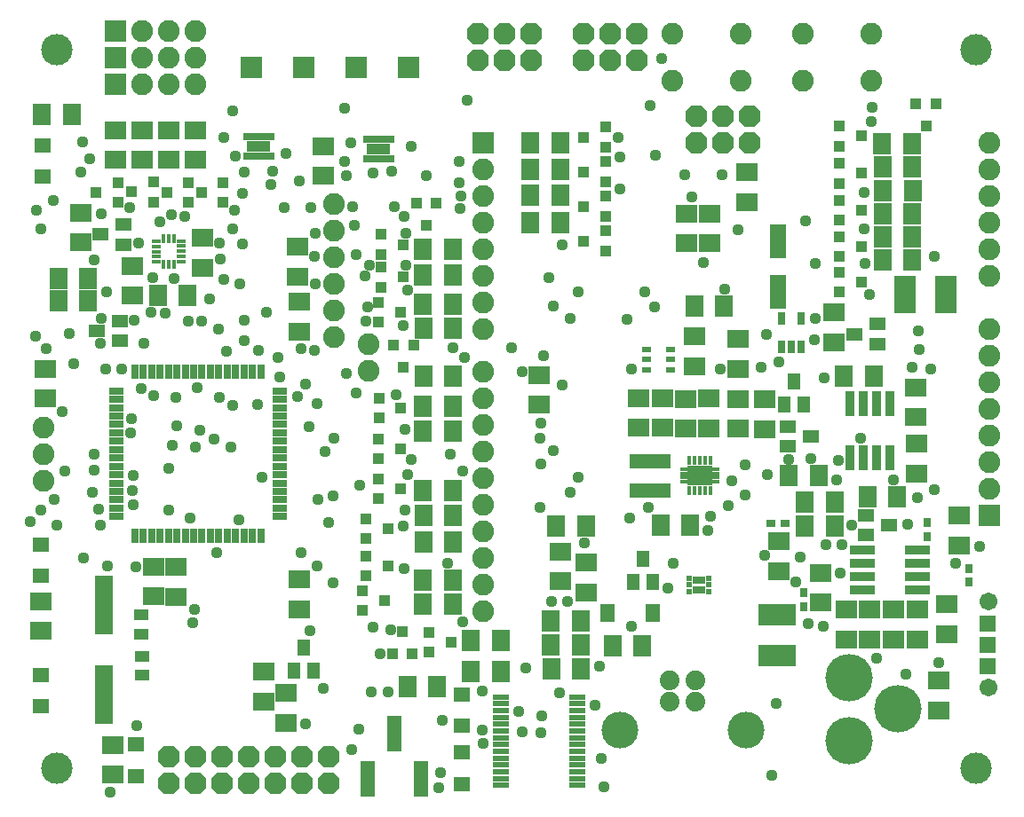
<source format=gts>
G75*
%MOIN*%
%OFA0B0*%
%FSLAX25Y25*%
%IPPOS*%
%LPD*%
%AMOC8*
5,1,8,0,0,1.08239X$1,22.5*
%
%ADD10C,0.17800*%
%ADD11R,0.06706X0.22454*%
%ADD12R,0.05524X0.03950*%
%ADD13R,0.08200X0.08200*%
%ADD14C,0.08200*%
%ADD15R,0.03950X0.04343*%
%ADD16R,0.04343X0.03950*%
%ADD17R,0.06312X0.04737*%
%ADD18R,0.04737X0.06312*%
%ADD19C,0.11824*%
%ADD20R,0.07099X0.07898*%
%ADD21R,0.03200X0.09500*%
%ADD22R,0.06312X0.12611*%
%ADD23R,0.09500X0.03200*%
%ADD24R,0.07898X0.07099*%
%ADD25OC8,0.08200*%
%ADD26R,0.06312X0.05524*%
%ADD27R,0.05500X0.03000*%
%ADD28R,0.03000X0.05500*%
%ADD29R,0.05950X0.05950*%
%ADD30C,0.06706*%
%ADD31R,0.08477X0.08477*%
%ADD32R,0.06300X0.02170*%
%ADD33R,0.01902X0.02769*%
%ADD34R,0.08674X0.04343*%
%ADD35R,0.03556X0.02375*%
%ADD36R,0.03162X0.04934*%
%ADD37R,0.03438X0.01784*%
%ADD38R,0.01784X0.03438*%
%ADD39R,0.07099X0.07887*%
%ADD40C,0.07400*%
%ADD41C,0.13800*%
%ADD42R,0.07887X0.07099*%
%ADD43R,0.05500X0.13800*%
%ADD44R,0.15367X0.05524*%
%ADD45R,0.01784X0.03556*%
%ADD46R,0.03556X0.01784*%
%ADD47R,0.09304X0.07493*%
%ADD48R,0.02178X0.01981*%
%ADD49R,0.04540X0.03162*%
%ADD50R,0.14186X0.08280*%
%ADD51R,0.08280X0.14186*%
%ADD52R,0.05800X0.06587*%
%ADD53R,0.02769X0.03556*%
%ADD54R,0.03556X0.02769*%
%ADD55C,0.04369*%
D10*
X0315967Y0035928D03*
X0334471Y0047739D03*
X0315967Y0059550D03*
D11*
X0036567Y0052983D03*
X0036567Y0086842D03*
D12*
X0050567Y0082956D03*
X0050567Y0075869D03*
X0050667Y0067456D03*
X0050667Y0060369D03*
D13*
X0178667Y0260613D03*
X0040667Y0282613D03*
X0040667Y0292613D03*
X0040667Y0302613D03*
X0368667Y0120613D03*
D14*
X0368667Y0130613D03*
X0368667Y0140613D03*
X0368667Y0150613D03*
X0368667Y0160613D03*
X0368667Y0170613D03*
X0368667Y0180613D03*
X0368667Y0190613D03*
X0368667Y0210613D03*
X0368667Y0220613D03*
X0368667Y0230613D03*
X0368667Y0240613D03*
X0368667Y0250613D03*
X0368667Y0260613D03*
X0324467Y0283713D03*
X0324467Y0301513D03*
X0298867Y0301513D03*
X0298867Y0283713D03*
X0275467Y0283713D03*
X0275467Y0301513D03*
X0249867Y0301513D03*
X0249867Y0283713D03*
X0178667Y0250613D03*
X0178667Y0240613D03*
X0178667Y0230613D03*
X0178667Y0220613D03*
X0178667Y0210613D03*
X0178667Y0200613D03*
X0178667Y0190613D03*
X0178667Y0174613D03*
X0178667Y0164613D03*
X0178667Y0154613D03*
X0178667Y0144613D03*
X0178667Y0134613D03*
X0178667Y0124613D03*
X0178667Y0114613D03*
X0178667Y0104613D03*
X0178667Y0094613D03*
X0178667Y0084613D03*
X0135667Y0174813D03*
X0135667Y0184813D03*
X0122767Y0187613D03*
X0122767Y0197613D03*
X0122767Y0207613D03*
X0122767Y0217613D03*
X0122767Y0227613D03*
X0122767Y0237613D03*
X0070667Y0282613D03*
X0060667Y0282613D03*
X0060667Y0292613D03*
X0070667Y0292613D03*
X0070667Y0302613D03*
X0060667Y0302613D03*
X0050667Y0302613D03*
X0050667Y0292613D03*
X0050667Y0282613D03*
X0013667Y0153613D03*
X0013667Y0143613D03*
X0013667Y0133613D03*
D15*
X0145127Y0184350D03*
X0152607Y0184350D03*
X0148867Y0176082D03*
X0157367Y0229582D03*
X0161107Y0237850D03*
X0153627Y0237850D03*
X0341227Y0275150D03*
X0348707Y0275150D03*
X0344967Y0266882D03*
X0148467Y0076843D03*
X0152207Y0068576D03*
X0144727Y0068576D03*
D16*
X0158330Y0069072D03*
X0166597Y0072813D03*
X0158330Y0076553D03*
X0141797Y0088513D03*
X0133530Y0092253D03*
X0134730Y0097772D03*
X0142997Y0101513D03*
X0134730Y0105253D03*
X0134830Y0111672D03*
X0134830Y0119153D03*
X0139530Y0126772D03*
X0147797Y0130513D03*
X0139530Y0134253D03*
X0139530Y0141772D03*
X0147797Y0145513D03*
X0139530Y0149253D03*
X0139630Y0157072D03*
X0139630Y0164553D03*
X0147897Y0160813D03*
X0139330Y0193072D03*
X0147597Y0196813D03*
X0139330Y0200553D03*
X0140330Y0206272D03*
X0148597Y0210013D03*
X0140330Y0213753D03*
X0140330Y0218472D03*
X0148597Y0222213D03*
X0140330Y0225953D03*
X0081204Y0237972D03*
X0072936Y0241713D03*
X0068204Y0245553D03*
X0059936Y0241813D03*
X0055004Y0238272D03*
X0055004Y0245753D03*
X0046736Y0242013D03*
X0041604Y0245553D03*
X0033336Y0241813D03*
X0041604Y0238072D03*
X0068204Y0238072D03*
X0081204Y0245453D03*
X0216336Y0249613D03*
X0224604Y0253353D03*
X0224604Y0258872D03*
X0224604Y0266353D03*
X0216336Y0262613D03*
X0224604Y0245872D03*
X0224604Y0240353D03*
X0224604Y0232872D03*
X0224604Y0227353D03*
X0224604Y0219872D03*
X0216336Y0223613D03*
X0216336Y0236613D03*
X0312430Y0238853D03*
X0312530Y0245272D03*
X0312530Y0252753D03*
X0312530Y0259272D03*
X0320797Y0263013D03*
X0312530Y0266753D03*
X0320797Y0249013D03*
X0320697Y0235113D03*
X0312430Y0231372D03*
X0312530Y0225153D03*
X0312530Y0217672D03*
X0312430Y0211853D03*
X0312430Y0204372D03*
X0320697Y0208113D03*
X0320797Y0221413D03*
X0143097Y0115413D03*
X0133530Y0084772D03*
D17*
X0042397Y0186072D03*
X0042397Y0193553D03*
X0033736Y0189813D03*
X0043897Y0222272D03*
X0043897Y0229753D03*
X0035236Y0226013D03*
X0293136Y0153853D03*
X0293136Y0146372D03*
X0301797Y0150113D03*
X0322336Y0120453D03*
X0322336Y0112972D03*
X0330997Y0116713D03*
X0326597Y0184872D03*
X0326597Y0192353D03*
X0317936Y0188613D03*
D18*
X0295367Y0170743D03*
X0299107Y0162082D03*
X0291627Y0162082D03*
X0238767Y0104243D03*
X0242507Y0095582D03*
X0235027Y0095582D03*
X0115107Y0062082D03*
X0107627Y0062082D03*
X0111367Y0070743D03*
D19*
X0018667Y0025613D03*
X0018667Y0295613D03*
X0363667Y0295613D03*
X0363667Y0025613D03*
D20*
X0310765Y0116513D03*
X0310765Y0125313D03*
X0299568Y0125313D03*
X0299568Y0116513D03*
X0304765Y0135313D03*
X0293568Y0135313D03*
X0322968Y0127513D03*
X0334165Y0127513D03*
X0325265Y0172713D03*
X0314068Y0172713D03*
X0269165Y0199113D03*
X0257968Y0199113D03*
X0207765Y0230613D03*
X0207765Y0240713D03*
X0207765Y0250613D03*
X0196568Y0250613D03*
X0196568Y0240713D03*
X0196568Y0230613D03*
X0167265Y0220513D03*
X0167265Y0210813D03*
X0156068Y0210813D03*
X0156068Y0220513D03*
X0156168Y0199713D03*
X0156268Y0190813D03*
X0167465Y0190813D03*
X0167365Y0199713D03*
X0167465Y0172713D03*
X0156268Y0172713D03*
X0156068Y0161513D03*
X0156168Y0152213D03*
X0167365Y0152213D03*
X0167265Y0161513D03*
X0167365Y0129713D03*
X0167465Y0120613D03*
X0167465Y0110613D03*
X0156268Y0110613D03*
X0156268Y0120613D03*
X0156168Y0129713D03*
X0156068Y0096013D03*
X0156068Y0087113D03*
X0167265Y0087113D03*
X0167265Y0096013D03*
X0174068Y0073613D03*
X0185265Y0073613D03*
X0185265Y0061713D03*
X0174068Y0061713D03*
X0161565Y0056213D03*
X0150368Y0056213D03*
X0204268Y0062913D03*
X0215465Y0062913D03*
X0227368Y0071513D03*
X0238565Y0071513D03*
X0215365Y0080713D03*
X0204168Y0080713D03*
X0206068Y0116513D03*
X0217265Y0116513D03*
X0328668Y0216613D03*
X0328668Y0225113D03*
X0328668Y0233913D03*
X0328768Y0242613D03*
X0328668Y0251413D03*
X0328568Y0260213D03*
X0339765Y0260213D03*
X0339865Y0251413D03*
X0339965Y0242613D03*
X0339865Y0233913D03*
X0339865Y0225113D03*
X0339865Y0216613D03*
X0207765Y0260613D03*
X0196568Y0260613D03*
X0030465Y0209513D03*
X0030565Y0201213D03*
X0019368Y0201213D03*
X0019268Y0209513D03*
X0024265Y0271213D03*
X0013068Y0271213D03*
D21*
X0316367Y0162613D03*
X0321367Y0162613D03*
X0326367Y0162613D03*
X0331367Y0162613D03*
X0331367Y0142013D03*
X0326367Y0142013D03*
X0321367Y0142013D03*
X0316367Y0142013D03*
D22*
X0289467Y0204564D03*
X0289467Y0223461D03*
D23*
X0321167Y0107613D03*
X0321167Y0102613D03*
X0321167Y0097613D03*
X0321167Y0092613D03*
X0341767Y0092613D03*
X0341767Y0097613D03*
X0341767Y0102613D03*
X0341767Y0107613D03*
D24*
X0357567Y0109214D03*
X0357567Y0120411D03*
X0341267Y0136114D03*
X0341267Y0147311D03*
X0341167Y0157414D03*
X0341167Y0168611D03*
X0310467Y0185514D03*
X0310467Y0196711D03*
X0274367Y0186711D03*
X0274367Y0175514D03*
X0284467Y0164111D03*
X0284467Y0152914D03*
X0263567Y0153114D03*
X0263567Y0164311D03*
X0237167Y0164511D03*
X0237167Y0153314D03*
X0289667Y0110711D03*
X0289667Y0099514D03*
X0305367Y0098911D03*
X0305367Y0087714D03*
X0314967Y0085111D03*
X0323867Y0085111D03*
X0332867Y0085011D03*
X0341667Y0085011D03*
X0341667Y0073814D03*
X0332867Y0073814D03*
X0323867Y0073914D03*
X0314967Y0073914D03*
X0349667Y0058411D03*
X0349667Y0047214D03*
X0352767Y0075914D03*
X0352767Y0087111D03*
X0207667Y0095714D03*
X0207667Y0106911D03*
X0109667Y0096311D03*
X0109667Y0085114D03*
X0096367Y0061811D03*
X0104767Y0053711D03*
X0096367Y0050614D03*
X0104767Y0042514D03*
X0063567Y0089914D03*
X0054967Y0090014D03*
X0054967Y0101211D03*
X0063567Y0101111D03*
X0012667Y0088211D03*
X0012667Y0077014D03*
X0039667Y0034211D03*
X0039667Y0023014D03*
X0014567Y0164414D03*
X0014567Y0175611D03*
X0047067Y0203014D03*
X0047067Y0214211D03*
X0027867Y0223014D03*
X0027867Y0234211D03*
X0040667Y0254014D03*
X0050667Y0254014D03*
X0060667Y0254014D03*
X0070667Y0254014D03*
X0070667Y0265211D03*
X0060667Y0265211D03*
X0050667Y0265211D03*
X0040667Y0265211D03*
X0073467Y0224711D03*
X0073467Y0213514D03*
X0109167Y0210114D03*
X0109667Y0200811D03*
X0109667Y0189614D03*
X0109167Y0221311D03*
X0277767Y0238214D03*
X0277767Y0249411D03*
D25*
X0278667Y0260613D03*
X0268667Y0260613D03*
X0268667Y0270613D03*
X0278667Y0270613D03*
X0258667Y0270613D03*
X0258667Y0260613D03*
X0236367Y0291613D03*
X0226367Y0291613D03*
X0216367Y0291613D03*
X0216367Y0301613D03*
X0226367Y0301613D03*
X0236367Y0301613D03*
X0196667Y0301613D03*
X0186667Y0301613D03*
X0176667Y0301613D03*
X0176667Y0291613D03*
X0186667Y0291613D03*
X0196667Y0291613D03*
X0120667Y0029813D03*
X0110667Y0029813D03*
X0100667Y0029813D03*
X0090667Y0029813D03*
X0080667Y0029813D03*
X0070667Y0029813D03*
X0060667Y0029813D03*
X0060667Y0019813D03*
X0070667Y0019813D03*
X0080667Y0019813D03*
X0090667Y0019813D03*
X0100667Y0019813D03*
X0110667Y0019813D03*
X0120667Y0019813D03*
D26*
X0170767Y0019607D03*
X0170767Y0031418D03*
X0170767Y0041307D03*
X0170767Y0053118D03*
X0048567Y0034418D03*
X0048567Y0022607D03*
X0012667Y0048707D03*
X0012667Y0060518D03*
X0012667Y0097707D03*
X0012667Y0109518D03*
X0013567Y0247707D03*
X0013567Y0259518D03*
D27*
X0040958Y0167235D03*
X0040958Y0164085D03*
X0040958Y0160935D03*
X0040958Y0157786D03*
X0040958Y0154636D03*
X0040958Y0151487D03*
X0040958Y0148337D03*
X0040958Y0145187D03*
X0040958Y0142038D03*
X0040958Y0138888D03*
X0040958Y0135739D03*
X0040958Y0132589D03*
X0040958Y0129439D03*
X0040958Y0126290D03*
X0040958Y0123140D03*
X0040958Y0119991D03*
X0102375Y0119991D03*
X0102375Y0123140D03*
X0102375Y0126290D03*
X0102375Y0129439D03*
X0102375Y0132589D03*
X0102375Y0135739D03*
X0102375Y0138888D03*
X0102375Y0142038D03*
X0102375Y0145187D03*
X0102375Y0148337D03*
X0102375Y0151487D03*
X0102375Y0154636D03*
X0102375Y0157786D03*
X0102375Y0160935D03*
X0102375Y0164085D03*
X0102375Y0167235D03*
D28*
X0095289Y0174321D03*
X0092139Y0174321D03*
X0088989Y0174321D03*
X0085840Y0174321D03*
X0082690Y0174321D03*
X0079541Y0174321D03*
X0076391Y0174321D03*
X0073241Y0174321D03*
X0070092Y0174321D03*
X0066942Y0174321D03*
X0063793Y0174321D03*
X0060643Y0174321D03*
X0057493Y0174321D03*
X0054344Y0174321D03*
X0051194Y0174321D03*
X0048045Y0174321D03*
X0048045Y0112904D03*
X0051194Y0112904D03*
X0054344Y0112904D03*
X0057493Y0112904D03*
X0060643Y0112904D03*
X0063793Y0112904D03*
X0066942Y0112904D03*
X0070092Y0112904D03*
X0073241Y0112904D03*
X0076391Y0112904D03*
X0079541Y0112904D03*
X0082690Y0112904D03*
X0085840Y0112904D03*
X0088989Y0112904D03*
X0092139Y0112904D03*
X0095289Y0112904D03*
D29*
X0368167Y0079687D03*
X0368167Y0071813D03*
X0368167Y0063939D03*
D30*
X0368324Y0055671D03*
X0368324Y0087954D03*
D31*
X0150752Y0288913D03*
X0131067Y0288913D03*
X0111352Y0288913D03*
X0091667Y0288913D03*
D32*
X0185273Y0052246D03*
X0185273Y0049687D03*
X0185273Y0047128D03*
X0185273Y0044569D03*
X0185273Y0042010D03*
X0185273Y0039451D03*
X0185273Y0036892D03*
X0185273Y0034333D03*
X0185273Y0031774D03*
X0185273Y0029215D03*
X0185273Y0026656D03*
X0185273Y0024097D03*
X0185273Y0021538D03*
X0185273Y0018979D03*
X0214060Y0018979D03*
X0214060Y0021538D03*
X0214060Y0024097D03*
X0214060Y0026656D03*
X0214060Y0029215D03*
X0214060Y0031774D03*
X0214060Y0034333D03*
X0214060Y0036892D03*
X0214060Y0039451D03*
X0214060Y0042010D03*
X0214060Y0044569D03*
X0214060Y0047128D03*
X0214060Y0049687D03*
X0214060Y0052246D03*
D33*
X0144478Y0254392D03*
X0142509Y0254392D03*
X0140541Y0254392D03*
X0138572Y0254392D03*
X0136604Y0254392D03*
X0134635Y0254392D03*
X0134635Y0261872D03*
X0136604Y0261872D03*
X0138572Y0261872D03*
X0140541Y0261872D03*
X0142509Y0261872D03*
X0144478Y0261872D03*
X0099478Y0262872D03*
X0097509Y0262872D03*
X0095541Y0262872D03*
X0093572Y0262872D03*
X0091604Y0262872D03*
X0089635Y0262872D03*
X0089635Y0255392D03*
X0091604Y0255392D03*
X0093572Y0255392D03*
X0095541Y0255392D03*
X0097509Y0255392D03*
X0099478Y0255392D03*
D34*
X0094438Y0259132D03*
X0139438Y0258132D03*
D35*
X0240229Y0182752D03*
X0240229Y0179012D03*
X0240229Y0175272D03*
X0249245Y0175272D03*
X0249245Y0179012D03*
X0249245Y0182752D03*
D36*
X0290648Y0183799D03*
X0294388Y0183799D03*
X0298128Y0183799D03*
X0298089Y0194429D03*
X0290648Y0194429D03*
D37*
X0065373Y0215715D03*
X0065373Y0217683D03*
X0065373Y0219652D03*
X0065373Y0221620D03*
X0065373Y0223589D03*
X0056160Y0223550D03*
X0056160Y0221581D03*
X0056160Y0219613D03*
X0056160Y0217644D03*
X0056160Y0215676D03*
D38*
X0058798Y0214652D03*
X0060767Y0214652D03*
X0062735Y0214652D03*
X0062735Y0224573D03*
X0060767Y0224573D03*
X0058798Y0224573D03*
D39*
X0056755Y0203013D03*
X0067778Y0203013D03*
X0204255Y0071713D03*
X0215278Y0071713D03*
X0245455Y0116713D03*
X0256478Y0116713D03*
D40*
X0258588Y0058413D03*
X0248745Y0058413D03*
X0248745Y0050613D03*
X0258588Y0050613D03*
D41*
X0277367Y0039913D03*
X0229967Y0039913D03*
D42*
X0217467Y0091601D03*
X0217467Y0102624D03*
X0245967Y0153301D03*
X0254667Y0153201D03*
X0254667Y0164224D03*
X0245967Y0164324D03*
X0258067Y0176601D03*
X0258067Y0187624D03*
X0274367Y0164124D03*
X0274367Y0153101D03*
X0199867Y0162101D03*
X0199867Y0173124D03*
X0255067Y0222901D03*
X0263667Y0222801D03*
X0263667Y0233824D03*
X0255067Y0233924D03*
X0118667Y0248101D03*
X0118667Y0259124D03*
D43*
X0145467Y0038513D03*
X0155467Y0021513D03*
X0135467Y0021513D03*
D44*
X0241267Y0129801D03*
X0241267Y0140824D03*
D45*
X0256130Y0141082D03*
X0258098Y0141082D03*
X0260067Y0141082D03*
X0262035Y0141082D03*
X0264004Y0141082D03*
X0264004Y0129783D03*
X0262035Y0129743D03*
X0260067Y0129743D03*
X0258098Y0129743D03*
X0256130Y0129743D03*
D46*
X0254437Y0133050D03*
X0254437Y0134625D03*
X0254437Y0136200D03*
X0254437Y0137775D03*
X0265697Y0137775D03*
X0265697Y0136200D03*
X0265697Y0134625D03*
X0265697Y0133050D03*
D47*
X0260067Y0135413D03*
D48*
X0263267Y0096872D03*
X0263267Y0094313D03*
X0263267Y0091754D03*
X0256063Y0091754D03*
X0256063Y0094313D03*
X0256063Y0096872D03*
D49*
X0259645Y0096124D03*
X0259645Y0092462D03*
D50*
X0288967Y0083190D03*
X0288967Y0067835D03*
D51*
X0337189Y0203613D03*
X0352544Y0203613D03*
D52*
X0242331Y0083913D03*
X0225402Y0083913D03*
D53*
X0298967Y0086250D03*
X0298967Y0091369D03*
X0345567Y0112550D03*
X0345567Y0117669D03*
X0361067Y0100575D03*
X0361067Y0095457D03*
D54*
X0291929Y0117413D03*
X0286811Y0117413D03*
D55*
X0284567Y0105313D03*
X0297867Y0104813D03*
X0307367Y0109513D03*
X0313467Y0109613D03*
X0317167Y0116813D03*
X0312767Y0098913D03*
X0296067Y0095413D03*
X0300667Y0079913D03*
X0306367Y0078813D03*
X0326267Y0066713D03*
X0337567Y0060913D03*
X0349767Y0065011D03*
X0355967Y0102413D03*
X0365067Y0108713D03*
X0348167Y0130113D03*
X0341767Y0127113D03*
X0332667Y0133913D03*
X0320367Y0149313D03*
X0312067Y0141013D03*
X0311267Y0133913D03*
X0301867Y0141913D03*
X0293267Y0141613D03*
X0285467Y0135813D03*
X0276967Y0139613D03*
X0271967Y0133613D03*
X0277067Y0128013D03*
X0270867Y0124213D03*
X0264067Y0120013D03*
X0263167Y0114913D03*
X0249967Y0102413D03*
X0247967Y0093213D03*
X0234467Y0078813D03*
X0222367Y0063713D03*
X0207267Y0053713D03*
X0200767Y0045013D03*
X0200467Y0038913D03*
X0193467Y0039213D03*
X0191967Y0046813D03*
X0178567Y0039813D03*
X0178767Y0034813D03*
X0163567Y0043413D03*
X0178567Y0054613D03*
X0194667Y0063013D03*
X0170967Y0080313D03*
X0148967Y0100613D03*
X0165567Y0102613D03*
X0148867Y0116513D03*
X0149567Y0122613D03*
X0150267Y0135813D03*
X0151667Y0141613D03*
X0149267Y0152813D03*
X0146167Y0165813D03*
X0131167Y0166413D03*
X0127467Y0173913D03*
X0115267Y0182613D03*
X0110267Y0183113D03*
X0101667Y0179713D03*
X0102267Y0172413D03*
X0108967Y0165213D03*
X0112167Y0169713D03*
X0116567Y0162313D03*
X0113367Y0153713D03*
X0122667Y0149613D03*
X0119367Y0144413D03*
X0132467Y0131813D03*
X0122567Y0127713D03*
X0116767Y0126513D03*
X0120667Y0117813D03*
X0110567Y0106613D03*
X0116467Y0101613D03*
X0122567Y0095113D03*
X0113667Y0077113D03*
X0137267Y0078413D03*
X0143967Y0077613D03*
X0140167Y0068513D03*
X0143167Y0054113D03*
X0136667Y0054213D03*
X0118867Y0055413D03*
X0112067Y0042213D03*
X0129467Y0032613D03*
X0132067Y0040013D03*
X0162767Y0023813D03*
X0162167Y0018013D03*
X0220867Y0049113D03*
X0223067Y0029113D03*
X0224067Y0018313D03*
X0287167Y0022813D03*
X0288667Y0049913D03*
X0216867Y0110213D03*
X0199967Y0123313D03*
X0211267Y0129213D03*
X0214367Y0134713D03*
X0205067Y0144813D03*
X0200467Y0139713D03*
X0200167Y0149613D03*
X0200467Y0155213D03*
X0208267Y0169613D03*
X0201567Y0180313D03*
X0193467Y0174413D03*
X0189567Y0183313D03*
X0171667Y0179913D03*
X0167467Y0183313D03*
X0148667Y0191713D03*
X0134767Y0193613D03*
X0135467Y0198813D03*
X0134467Y0210313D03*
X0135967Y0214613D03*
X0130967Y0218413D03*
X0130267Y0229413D03*
X0129767Y0236313D03*
X0115867Y0226613D03*
X0115367Y0217713D03*
X0115767Y0207313D03*
X0097367Y0196813D03*
X0089067Y0193813D03*
X0079267Y0190513D03*
X0073167Y0193613D03*
X0068167Y0193613D03*
X0059467Y0196613D03*
X0053967Y0196713D03*
X0047667Y0193813D03*
X0051467Y0185113D03*
X0042967Y0175613D03*
X0037167Y0175513D03*
X0034967Y0185013D03*
X0035267Y0194413D03*
X0037367Y0204513D03*
X0032767Y0216413D03*
X0049267Y0222713D03*
X0057367Y0230813D03*
X0061667Y0233413D03*
X0066667Y0232913D03*
X0079867Y0222713D03*
X0084867Y0228113D03*
X0088567Y0222613D03*
X0079967Y0216713D03*
X0081267Y0209013D03*
X0087367Y0207413D03*
X0076167Y0201813D03*
X0062667Y0209513D03*
X0054667Y0209713D03*
X0035367Y0233813D03*
X0046167Y0236113D03*
X0027767Y0249513D03*
X0031167Y0254313D03*
X0028367Y0260913D03*
X0017367Y0238713D03*
X0011167Y0235113D03*
X0012667Y0228013D03*
X0010667Y0187813D03*
X0014667Y0183113D03*
X0023367Y0188913D03*
X0025067Y0177513D03*
X0020667Y0159613D03*
X0032667Y0143613D03*
X0032767Y0137413D03*
X0032167Y0129213D03*
X0034567Y0122713D03*
X0035067Y0116713D03*
X0047267Y0124413D03*
X0047167Y0129713D03*
X0047367Y0135613D03*
X0060867Y0138213D03*
X0061967Y0146813D03*
X0063867Y0154113D03*
X0072267Y0152613D03*
X0077767Y0149013D03*
X0084067Y0146113D03*
X0070767Y0146213D03*
X0084867Y0161713D03*
X0079867Y0164713D03*
X0071567Y0168513D03*
X0063367Y0164813D03*
X0054967Y0165613D03*
X0050267Y0168213D03*
X0046767Y0156713D03*
X0046567Y0151513D03*
X0021667Y0137013D03*
X0017667Y0126613D03*
X0012667Y0122613D03*
X0008767Y0118013D03*
X0018667Y0116913D03*
X0028667Y0104413D03*
X0037767Y0101613D03*
X0048267Y0101213D03*
X0070267Y0085113D03*
X0069867Y0080013D03*
X0078767Y0106313D03*
X0087167Y0118713D03*
X0068867Y0119413D03*
X0060867Y0122513D03*
X0095767Y0134913D03*
X0094167Y0162113D03*
X0094267Y0182513D03*
X0089067Y0186213D03*
X0082467Y0182213D03*
X0085567Y0235213D03*
X0088467Y0241313D03*
X0088967Y0249313D03*
X0085667Y0255313D03*
X0081467Y0262613D03*
X0084667Y0272613D03*
X0104667Y0256613D03*
X0099667Y0249813D03*
X0098967Y0244713D03*
X0109867Y0246113D03*
X0114067Y0236213D03*
X0104067Y0236213D03*
X0127467Y0248213D03*
X0126667Y0253613D03*
X0137467Y0249113D03*
X0144367Y0249913D03*
X0151767Y0259113D03*
X0157567Y0248113D03*
X0169667Y0245613D03*
X0170267Y0240513D03*
X0169967Y0235813D03*
X0169767Y0253613D03*
X0149167Y0232713D03*
X0145367Y0236313D03*
X0149867Y0226513D03*
X0149667Y0214513D03*
X0150267Y0205113D03*
X0203467Y0209813D03*
X0214367Y0204413D03*
X0211267Y0194313D03*
X0205067Y0199113D03*
X0208267Y0222113D03*
X0230067Y0243213D03*
X0230067Y0255113D03*
X0229367Y0262613D03*
X0243367Y0255913D03*
X0254467Y0248313D03*
X0257167Y0240213D03*
X0268467Y0248613D03*
X0274267Y0227913D03*
X0261567Y0215613D03*
X0269267Y0205513D03*
X0285167Y0188313D03*
X0289767Y0178013D03*
X0282967Y0176213D03*
X0267767Y0175513D03*
X0242967Y0198913D03*
X0239467Y0204313D03*
X0232867Y0194213D03*
X0234367Y0175413D03*
X0170967Y0137013D03*
X0166467Y0143513D03*
X0233667Y0119613D03*
X0240867Y0123613D03*
X0210567Y0088113D03*
X0204267Y0088113D03*
X0306667Y0172213D03*
X0303067Y0186513D03*
X0303567Y0194613D03*
X0303567Y0215113D03*
X0299667Y0231213D03*
X0321667Y0228213D03*
X0322167Y0215213D03*
X0323867Y0203313D03*
X0342067Y0189813D03*
X0342467Y0182813D03*
X0339867Y0176113D03*
X0346767Y0175413D03*
X0348167Y0217713D03*
X0321667Y0241713D03*
X0324267Y0268513D03*
X0324667Y0273913D03*
X0245767Y0292213D03*
X0241467Y0274313D03*
X0172667Y0276513D03*
X0126667Y0273613D03*
X0129167Y0260613D03*
X0338167Y0117013D03*
X0048667Y0041613D03*
X0038667Y0016613D03*
M02*

</source>
